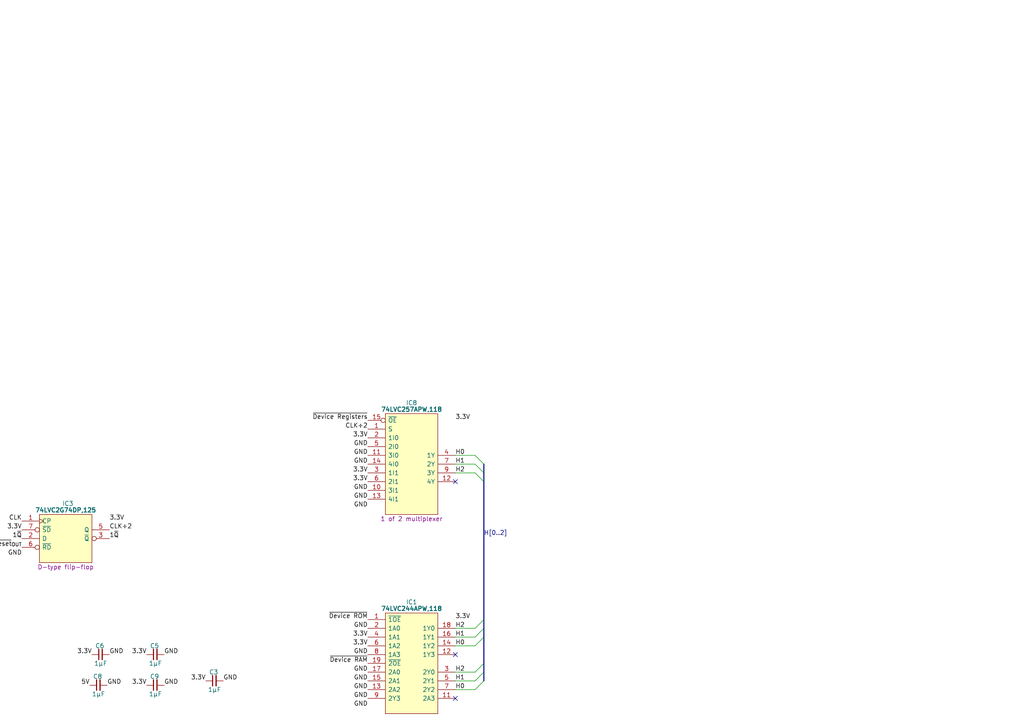
<source format=kicad_sch>
(kicad_sch (version 20230121) (generator eeschema)
  (paper "A4")
  (lib_symbols
    (symbol "Connector_Generic:Conn_02x12_Counter_Clockwise" (pin_names (offset 1.016) hide)
      (property "Reference" "J" (at 1.27 15.24 0))
      (property "Value" "Conn_02x12_Counter_Clockwise" (at 1.27 -17.78 0))
      (symbol "Conn_02x12_Counter_Clockwise_1_1"
        (rectangle (start -1.27 -15.113) (end 0 -15.367) (stroke (width 0.1524)))
        (rectangle (start -1.27 -12.573) (end 0 -12.827) (stroke (width 0.1524)))
        (rectangle (start -1.27 -10.033) (end 0 -10.287) (stroke (width 0.1524)))
        (rectangle (start -1.27 -7.493) (end 0 -7.747) (stroke (width 0.1524)))
        (rectangle (start -1.27 -4.953) (end 0 -5.207) (stroke (width 0.1524)))
        (rectangle (start -1.27 -2.413) (end 0 -2.667) (stroke (width 0.1524)))
        (rectangle (start -1.27 0.127) (end 0 -0.127) (stroke (width 0.1524)))
        (rectangle (start -1.27 2.667) (end 0 2.413) (stroke (width 0.1524)))
        (rectangle (start -1.27 5.207) (end 0 4.953) (stroke (width 0.1524)))
        (rectangle (start -1.27 7.747) (end 0 7.493) (stroke (width 0.1524)))
        (rectangle (start -1.27 10.287) (end 0 10.033) (stroke (width 0.1524)))
        (rectangle (start -1.27 12.827) (end 0 12.573) (stroke (width 0.1524)))
        (rectangle (start -1.27 13.97) (end 3.81 -16.51) (stroke (width 0.254)) (fill (type background)))
        (rectangle (start 3.81 -15.113) (end 2.54 -15.367) (stroke (width 0.1524)))
        (rectangle (start 3.81 -12.573) (end 2.54 -12.827) (stroke (width 0.1524)))
        (rectangle (start 3.81 -10.033) (end 2.54 -10.287) (stroke (width 0.1524)))
        (rectangle (start 3.81 -7.493) (end 2.54 -7.747) (stroke (width 0.1524)))
        (rectangle (start 3.81 -4.953) (end 2.54 -5.207) (stroke (width 0.1524)))
        (rectangle (start 3.81 -2.413) (end 2.54 -2.667) (stroke (width 0.1524)))
        (rectangle (start 3.81 0.127) (end 2.54 -0.127) (stroke (width 0.1524)))
        (rectangle (start 3.81 2.667) (end 2.54 2.413) (stroke (width 0.1524)))
        (rectangle (start 3.81 5.207) (end 2.54 4.953) (stroke (width 0.1524)))
        (rectangle (start 3.81 7.747) (end 2.54 7.493) (stroke (width 0.1524)))
        (rectangle (start 3.81 10.287) (end 2.54 10.033) (stroke (width 0.1524)))
        (rectangle (start 3.81 12.827) (end 2.54 12.573) (stroke (width 0.1524)))
        (pin passive line (at -5.08 12.7 0) (length 3.81) (name "Pin_1") (number "1"))
        (pin passive line (at -5.08 -10.16 0) (length 3.81) (name "Pin_10") (number "10"))
        (pin passive line (at -5.08 -12.7 0) (length 3.81) (name "Pin_11") (number "11"))
        (pin passive line (at -5.08 -15.24 0) (length 3.81) (name "Pin_12") (number "12"))
        (pin passive line (at 7.62 -15.24 180) (length 3.81) (name "Pin_13") (number "13"))
        (pin passive line (at 7.62 -12.7 180) (length 3.81) (name "Pin_14") (number "14"))
        (pin passive line (at 7.62 -10.16 180) (length 3.81) (name "Pin_15") (number "15"))
        (pin passive line (at 7.62 -7.62 180) (length 3.81) (name "Pin_16") (number "16"))
        (pin passive line (at 7.62 -5.08 180) (length 3.81) (name "Pin_17") (number "17"))
        (pin passive line (at 7.62 -2.54 180) (length 3.81) (name "Pin_18") (number "18"))
        (pin passive line (at 7.62 0 180) (length 3.81) (name "Pin_19") (number "19"))
        (pin passive line (at -5.08 10.16 0) (length 3.81) (name "Pin_2") (number "2"))
        (pin passive line (at 7.62 2.54 180) (length 3.81) (name "Pin_20") (number "20"))
        (pin passive line (at 7.62 5.08 180) (length 3.81) (name "Pin_21") (number "21"))
        (pin passive line (at 7.62 7.62 180) (length 3.81) (name "Pin_22") (number "22"))
        (pin passive line (at 7.62 10.16 180) (length 3.81) (name "Pin_23") (number "23"))
        (pin passive line (at 7.62 12.7 180) (length 3.81) (name "Pin_24") (number "24"))
        (pin passive line (at -5.08 7.62 0) (length 3.81) (name "Pin_3") (number "3"))
        (pin passive line (at -5.08 5.08 0) (length 3.81) (name "Pin_4") (number "4"))
        (pin passive line (at -5.08 2.54 0) (length 3.81) (name "Pin_5") (number "5"))
        (pin passive line (at -5.08 0 0) (length 3.81) (name "Pin_6") (number "6"))
        (pin passive line (at -5.08 -2.54 0) (length 3.81) (name "Pin_7") (number "7"))
        (pin passive line (at -5.08 -5.08 0) (length 3.81) (name "Pin_8") (number "8"))
        (pin passive line (at -5.08 -7.62 0) (length 3.81) (name "Pin_9") (number "9"))
      )
    )
    (symbol "Diodes_Inc:AP7365-33WG-7" (pin_names (offset 0.762))
      (property "Reference" "IC" (at 12.7 5.08 0))
      (property "Value" "AP7365-33WG-7" (at 12.7 3.175 0))
      (property "Description" "3.3V LDO voltage regulator" (at 12.7 -8.255 0))
      (symbol "AP7365-33WG-7_0_0"
        (pin passive line (at 0 0 0) (length 5.08) (name "VIN") (number "1"))
        (pin passive line (at 0 -5.08 0) (length 5.08) (name "GND") (number "2"))
        (pin input line (at 0 -2.54 0) (length 5.08) (name "EN") (number "3"))
        (pin passive line (at 25.4 -5.08 180) (length 5.08) (name "ADJ") (number "4"))
        (pin passive line (at 25.4 0 180) (length 5.08) (name "VOUT") (number "5"))
      )
      (symbol "AP7365-33WG-7_0_1"
        (polyline (pts (xy 5.08 1.905) (xy 20.32 1.905) (xy 20.32 -6.985) (xy 5.08 -6.985) (xy 5.08 1.905)) (fill (type background)))
      )
    )
    (symbol "HCP65:C_0805" (pin_numbers hide) (pin_names (offset 0.254) hide)
      (property "Reference" "C" (at 2.286 2.54 0))
      (property "Value" "?μF" (at 2.54 -2.54 0))
      (symbol "C_0805_0_1"
        (polyline (pts (xy 1.9685 -1.4605) (xy 1.9685 1.5875)) (stroke (width 0.3048)))
        (polyline (pts (xy 2.9845 -1.4605) (xy 2.9845 1.5875)) (stroke (width 0.3302)))
      )
      (symbol "C_0805_1_1"
        (pin passive line (at 0 0 0) (length 2.032) (name "~") (number "1"))
        (pin passive line (at 5.08 0 180) (length 2.032) (name "~") (number "2"))
      )
    )
    (symbol "Nexperia:74LVC244APW,118" (pin_names (offset 0.762))
      (property "Reference" "IC" (at 12.7 5.08 0))
      (property "Value" "74LVC244APW,118" (at 12.7 3.175 0))
      (symbol "74LVC244APW,118_0_0"
        (pin passive line (at 0 0 0) (length 5.08) (name "~{1OE}") (number "1"))
        (pin passive line (at 25.4 -22.86 180) (length 5.08) (name "2A3") (number "11"))
        (pin passive line (at 25.4 -10.16 180) (length 5.08) (name "1Y3") (number "12"))
        (pin passive line (at 0 -20.32 0) (length 5.08) (name "2A2") (number "13"))
        (pin passive line (at 25.4 -7.62 180) (length 5.08) (name "1Y2") (number "14"))
        (pin passive line (at 0 -17.78 0) (length 5.08) (name "2A1") (number "15"))
        (pin passive line (at 25.4 -5.08 180) (length 5.08) (name "1Y1") (number "16"))
        (pin passive line (at 0 -15.24 0) (length 5.08) (name "2A0") (number "17"))
        (pin passive line (at 25.4 -2.54 180) (length 5.08) (name "1Y0") (number "18"))
        (pin passive line (at 0 -12.7 0) (length 5.08) (name "~{2OE}") (number "19"))
        (pin passive line (at 0 -2.54 0) (length 5.08) (name "1A0") (number "2"))
        (pin passive line (at 25.4 -15.24 180) (length 5.08) (name "2Y0") (number "3"))
        (pin passive line (at 0 -5.08 0) (length 5.08) (name "1A1") (number "4"))
        (pin passive line (at 25.4 -17.78 180) (length 5.08) (name "2Y1") (number "5"))
        (pin passive line (at 0 -7.62 0) (length 5.08) (name "1A2") (number "6"))
        (pin passive line (at 25.4 -20.32 180) (length 5.08) (name "2Y2") (number "7"))
        (pin passive line (at 0 -10.16 0) (length 5.08) (name "1A3") (number "8"))
        (pin passive line (at 0 -22.86 0) (length 5.08) (name "2Y3") (number "9"))
      )
      (symbol "74LVC244APW,118_0_1"
        (polyline (pts (xy 5.08 1.905) (xy 20.32 1.905) (xy 20.32 -27.305) (xy 5.08 -27.305) (xy 5.08 1.905)) (stroke (width 0.1524)) (fill (type background)))
      )
      (symbol "74LVC244APW,118_1_0"
        (pin passive line (at 0 -25.4 0) (length 5.08) hide (name "GND") (number "10"))
        (pin passive line (at 25.4 0 180) (length 5.08) hide (name "3V") (number "20"))
      )
    )
    (symbol "Nexperia:74LVC257APW,118" (pin_names (offset 0.762))
      (property "Reference" "IC" (at 12.7 5.08 0))
      (property "Value" "74LVC257APW,118" (at 12.7 3.175 0))
      (property "Description" "1 of 2 multiplexer" (at 12.7 -28.575 0))
      (symbol "74LVC257APW,118_0_0"
        (pin input line (at 0 -2.54 0) (length 5.08) (name "S") (number "1"))
        (pin input line (at 0 -20.32 0) (length 5.08) (name "3I1") (number "10"))
        (pin input line (at 0 -10.16 0) (length 5.08) (name "3I0") (number "11"))
        (pin output line (at 25.4 -17.78 180) (length 5.08) (name "4Y") (number "12"))
        (pin input line (at 0 -22.86 0) (length 5.08) (name "4I1") (number "13"))
        (pin input line (at 0 -12.7 0) (length 5.08) (name "4I0") (number "14"))
        (pin passive line (at 25.4 0 180) (length 5.08) hide (name "3V") (number "16"))
        (pin input line (at 0 -5.08 0) (length 5.08) (name "1I0") (number "2"))
        (pin input line (at 0 -15.24 0) (length 5.08) (name "1I1") (number "3"))
        (pin output line (at 25.4 -10.16 180) (length 5.08) (name "1Y") (number "4"))
        (pin input line (at 0 -7.62 0) (length 5.08) (name "2I0") (number "5"))
        (pin input line (at 0 -17.78 0) (length 5.08) (name "2I1") (number "6"))
        (pin output line (at 25.4 -12.7 180) (length 5.08) (name "2Y") (number "7"))
        (pin passive line (at 0 -25.4 0) (length 5.08) hide (name "GND") (number "8"))
        (pin output line (at 25.4 -15.24 180) (length 5.08) (name "3Y") (number "9"))
      )
      (symbol "74LVC257APW,118_0_1"
        (polyline (pts (xy 5.08 1.905) (xy 20.32 1.905) (xy 20.32 -27.305) (xy 5.08 -27.305) (xy 5.08 1.905)) (stroke (width 0.1524)) (fill (type background)))
      )
      (symbol "74LVC257APW,118_1_0"
        (pin input inverted (at 0 0 0) (length 5.08) (name "~{OE}") (number "15"))
      )
    )
    (symbol "Nexperia:74LVC2G74DP,125" (pin_names (offset 0.762))
      (property "Reference" "IC" (at 13.335 5.08 0))
      (property "Value" "74LVC2G74DP,125" (at 12.7 3.175 0))
      (property "Description" "D-type flip-flop" (at 12.7 -13.335 0))
      (symbol "74LVC2G74DP,125_0_0"
        (pin input line (at 0 -5.08 0) (length 5.08) (name "D") (number "2"))
        (pin output line (at 25.4 -2.54 180) (length 5.08) (name "Q") (number "5"))
      )
      (symbol "74LVC2G74DP,125_0_1"
        (polyline (pts (xy 5.08 1.905) (xy 20.32 1.905) (xy 20.32 -12.065) (xy 5.08 -12.065) (xy 5.08 1.905)) (stroke (width 0.1524)) (fill (type background)))
      )
      (symbol "74LVC2G74DP,125_1_0"
        (pin input clock (at 0 0 0) (length 5.08) (name "CP") (number "1"))
        (pin output inverted (at 25.4 -5.08 180) (length 5.08) (name "~{Q}") (number "3"))
        (pin passive line (at 0 -10.16 0) (length 5.08) hide (name "GND") (number "4"))
        (pin input inverted (at 0 -7.62 0) (length 5.08) (name "~{RD}") (number "6"))
        (pin input inverted (at 0 -2.54 0) (length 5.08) (name "~{SD}") (number "7"))
        (pin passive line (at 25.4 0 180) (length 5.08) hide (name "3V") (number "8"))
      )
    )
    (symbol "Nexperia:74LVC4245APW,118" (pin_names (offset 0.762))
      (property "Reference" "IC" (at 12.7 5.08 0))
      (property "Value" "74LVC4245APW,118" (at 12.7 3.175 0))
      (property "Description" "8-bit translating transceiver" (at 13.97 -36.195 0))
      (symbol "74LVC4245APW,118_0_0"
        (pin passive line (at 0 0 0) (length 5.08) (name "5V") (number "1"))
        (pin bidirectional line (at 25.4 -8.89 180) (length 5.08) (name "A7") (number "10"))
        (pin passive line (at 0 -30.48 0) (length 5.08) (name "GND") (number "11"))
        (pin passive line (at 0 -33.02 0) (length 5.08) (name "GND") (number "12"))
        (pin passive line (at 25.4 -33.02 180) (length 5.08) (name "GND") (number "13"))
        (pin bidirectional line (at 0 -8.89 0) (length 5.08) (name "B7") (number "14"))
        (pin bidirectional line (at 0 -11.43 0) (length 5.08) (name "B6") (number "15"))
        (pin bidirectional line (at 0 -13.97 0) (length 5.08) (name "B5") (number "16"))
        (pin bidirectional line (at 0 -16.51 0) (length 5.08) (name "B4") (number "17"))
        (pin bidirectional line (at 0 -19.05 0) (length 5.08) (name "B3") (number "18"))
        (pin bidirectional line (at 0 -21.59 0) (length 5.08) (name "B2") (number "19"))
        (pin input line (at 0 -6.35 0) (length 5.08) (name "DIR") (number "2"))
        (pin bidirectional line (at 0 -24.13 0) (length 5.08) (name "B1") (number "20"))
        (pin bidirectional line (at 0 -26.67 0) (length 5.08) (name "B0") (number "21"))
        (pin input line (at 0 -3.81 0) (length 5.08) (name "~{OE}") (number "22"))
        (pin passive line (at 25.4 -2.54 180) (length 5.08) (name "3V") (number "23"))
        (pin passive line (at 25.4 0 180) (length 5.08) (name "3V") (number "24"))
        (pin bidirectional line (at 25.4 -26.67 180) (length 5.08) (name "A0") (number "3"))
        (pin bidirectional line (at 25.4 -24.13 180) (length 5.08) (name "A1") (number "4"))
        (pin bidirectional line (at 25.4 -21.59 180) (length 5.08) (name "A2") (number "5"))
        (pin bidirectional line (at 25.4 -19.05 180) (length 5.08) (name "A3") (number "6"))
        (pin bidirectional line (at 25.4 -16.51 180) (length 5.08) (name "A4") (number "7"))
        (pin bidirectional line (at 25.4 -13.97 180) (length 5.08) (name "A5") (number "8"))
        (pin bidirectional line (at 25.4 -11.43 180) (length 5.08) (name "A6") (number "9"))
      )
      (symbol "74LVC4245APW,118_0_1"
        (polyline (pts (xy 5.08 1.905) (xy 20.32 1.905) (xy 20.32 -34.925) (xy 5.08 -34.925) (xy 5.08 1.905)) (stroke (width 0.1524)) (fill (type background)))
      )
    )
  )
  (junction (at -12.7 193.675))
  (junction (at -41.91 193.675))
  (no_connect (at -40.64 170.815))
  (no_connect (at 132.08 189.865))
  (no_connect (at -27.94 155.575))
  (no_connect (at 132.08 202.565))
  (no_connect (at -17.78 107.315))
  (no_connect (at -17.78 99.695))
  (no_connect (at -40.64 168.275))
  (no_connect (at 132.08 139.7))
  (no_connect (at -17.78 102.235))
  (no_connect (at -40.64 158.115))
  (no_connect (at -16.51 198.755))
  (no_connect (at -40.64 155.575))
  (no_connect (at -17.78 112.395))
  (no_connect (at -17.78 97.155))
  (no_connect (at -27.94 170.815))
  (no_connect (at -27.94 163.195))
  (bus_entry (at 137.795 187.325) (size 2.54 -2.54))
  (bus_entry (at 137.795 184.785) (size 2.54 -2.54))
  (bus_entry (at 137.795 200.025) (size 2.54 -2.54))
  (bus_entry (at 137.795 134.62) (size 2.54 2.54))
  (bus_entry (at 137.795 197.485) (size 2.54 -2.54))
  (bus_entry (at 137.795 137.16) (size 2.54 2.54))
  (bus_entry (at 137.795 194.945) (size 2.54 -2.54))
  (bus_entry (at 137.795 132.08) (size 2.54 2.54))
  (bus_entry (at 137.795 182.245) (size 2.54 -2.54))
  (bus (pts (xy 140.335 192.405) (xy 140.335 194.945)))
  (wire (pts (xy -12.7 198.755) (xy -12.7 193.675)))
  (wire (pts (xy 132.08 137.16) (xy 137.795 137.16)))
  (bus (pts (xy 140.335 139.7) (xy 140.335 179.705)))
  (wire (pts (xy 132.08 200.025) (xy 137.795 200.025)))
  (bus (pts (xy 140.335 134.62) (xy 140.335 137.16)))
  (wire (pts (xy -41.91 193.675) (xy -41.91 196.215)))
  (bus (pts (xy 140.335 197.485) (xy 140.335 194.945)))
  (wire (pts (xy 132.08 132.08) (xy 137.795 132.08)))
  (wire (pts (xy -57.15 198.755) (xy -55.88 198.755)))
  (wire (pts (xy 132.08 194.945) (xy 137.795 194.945)))
  (bus (pts (xy 140.335 137.16) (xy 140.335 139.7)))
  (bus (pts (xy 140.335 184.785) (xy 140.335 192.405)))
  (wire (pts (xy 132.08 134.62) (xy 137.795 134.62)))
  (wire (pts (xy 132.08 182.245) (xy 137.795 182.245)))
  (wire (pts (xy -57.15 193.675) (xy -41.91 193.675)))
  (wire (pts (xy -12.7 193.675) (xy -7.62 193.675)))
  (bus (pts (xy 140.335 179.705) (xy 140.335 182.245)))
  (wire (pts (xy 132.08 184.785) (xy 137.795 184.785)))
  (wire (pts (xy 132.08 197.485) (xy 137.795 197.485)))
  (wire (pts (xy -16.51 193.675) (xy -12.7 193.675)))
  (bus (pts (xy 140.335 182.245) (xy 140.335 184.785)))
  (wire (pts (xy -57.15 193.675) (xy -57.15 198.755)))
  (wire (pts (xy 132.08 187.325) (xy 137.795 187.325)))
  (label "3.3V" (at 106.68 127 180))
  (label "3.3V" (at 26.67 189.865 180))
  (label "VIA PHI2 _{OUT}" (at -27.94 158.115 0))
  (label "GND" (at -17.78 92.075 0))
  (label "H1" (at -27.94 147.955 0))
  (label "GND" (at -43.18 102.235 180))
  (label "GND" (at 47.625 189.865 0))
  (label "CLK" (at -40.64 173.355 180))
  (label "VIA PHI2 _{OUT}" (at -17.78 114.935 0))
  (label "3.3V" (at 132.08 121.92 0))
  (label "GND" (at 106.68 134.62 180))
  (label "GND" (at 106.68 182.245 180))
  (label "GND" (at -40.64 165.735 180))
  (label "H0" (at 132.08 132.08 0))
  (label "H0" (at 132.08 200.025 0))
  (label "5V" (at -17.78 88.265 0))
  (label "~{Reset}" (at -40.64 160.655 180))
  (label "GND" (at 106.68 202.565 180))
  (label "GND" (at 106.68 147.32 180))
  (label "~{Device RAM}" (at 106.68 192.405 180))
  (label "CLK÷2" (at -43.18 114.935 180))
  (label "~{Device ROM}" (at 106.68 179.705 180))
  (label "GND" (at -43.18 97.155 180))
  (label "5V" (at -57.15 193.675 180))
  (label "GND" (at 106.68 189.865 180))
  (label "~{Device RAM}" (at -40.64 150.495 180))
  (label "3.3V" (at 42.545 198.755 180))
  (label "3.3V" (at 132.08 179.705 0))
  (label "H0" (at 132.08 187.325 0))
  (label "H2" (at 132.08 137.16 0))
  (label "3.3V" (at 6.35 153.67 180))
  (label "GND" (at -40.64 153.035 180))
  (label "GND" (at 106.68 142.24 180))
  (label "GND" (at -27.94 153.035 0))
  (label "3.3V" (at 106.68 184.785 180))
  (label "~{Device Registers}" (at -43.18 109.855 180))
  (label "GND" (at -27.94 165.735 0))
  (label "GND" (at 6.35 161.29 180))
  (label "~{Reset}" (at -43.18 104.775 180))
  (label "1~{Q}" (at 6.35 156.21 180))
  (label "GND" (at 64.77 197.485 0))
  (label "3.3V" (at 59.69 197.485 180))
  (label "~{VIA Select} _{OUT}" (at -27.94 160.655 0))
  (label "GND" (at -43.18 107.315 180))
  (label "GND" (at -43.18 99.695 180))
  (label "GND" (at -43.18 121.285 180))
  (label "3.3V" (at 31.75 151.13 0))
  (label "3.3V" (at -43.18 90.805 180))
  (label "H0" (at -27.94 150.495 0))
  (label "GND" (at -41.91 198.755 180))
  (label "GND" (at 106.68 200.025 180))
  (label "GND" (at -43.18 112.395 180))
  (label "5V" (at -40.64 145.415 180))
  (label "3.3V" (at 106.68 137.16 180))
  (label "~{Device ROM}" (at -40.64 147.955 180))
  (label "CLK" (at 6.35 151.13 180))
  (label "CLK÷2" (at 106.68 124.46 180))
  (label "CLK÷2" (at 31.75 153.67 0))
  (label "~{Device Registers}" (at -40.64 163.195 180))
  (label "H1" (at 132.08 197.485 0))
  (label "3.3V" (at 106.68 187.325 180))
  (label "H[0..2]" (at 140.335 155.575 0))
  (label "3.3V" (at -43.18 88.265 180))
  (label "GND" (at 47.625 198.755 0))
  (label "GND" (at 106.68 144.78 180))
  (label "GND" (at -7.62 198.755 0))
  (label "5V" (at -27.94 173.355 0))
  (label "H1" (at 132.08 184.785 0))
  (label "GND" (at -50.8 198.755 0))
  (label "~{VIA Select} _{OUT}" (at -17.78 109.855 0))
  (label "~{Reset}_{OUT}" (at 6.35 158.75 180))
  (label "1~{Q}" (at 31.75 156.21 0))
  (label "3.3V" (at 106.68 139.7 180))
  (label "3.3V" (at -7.62 193.675 0))
  (label "H2" (at 132.08 182.245 0))
  (label "GND" (at 106.68 132.08 180))
  (label "~{Reset}_{OUT}" (at -27.94 168.275 0))
  (label "H1" (at 132.08 134.62 0))
  (label "GND" (at 31.115 198.755 0))
  (label "~{Device Registers}" (at 106.68 121.92 180))
  (label "GND" (at 106.68 194.945 180))
  (label "~{Reset}_{OUT}" (at -17.78 104.775 0))
  (label "GND" (at -17.78 118.745 0))
  (label "GND" (at 106.68 205.105 180))
  (label "3.3V" (at -17.78 94.615 0))
  (label "GND" (at -17.78 121.285 0))
  (label "GND" (at 31.75 189.865 0))
  (label "H2" (at 132.08 194.945 0))
  (label "5V" (at 26.035 198.755 180))
  (label "H2" (at -27.94 145.415 0))
  (label "GND" (at 106.68 197.485 180))
  (label "3.3V" (at 42.545 189.865 180))
  (label "GND" (at 106.68 129.54 180))
  (symbol (lib_id "HCP65:C_0805") (at -55.88 198.755 0) (unit 1)
    (property "Reference" "C1" (at -53.594 196.215 0))
    (property "Value" "10μF" (at -53.34 201.295 0))
    (property "Footprint" "SamacSys_Parts:C_0805" (effects hide))
  )
  (symbol (lib_id "Diodes_Inc:AP7365-33WG-7") (at -41.91 193.675 0) (unit 1)
    (property "Reference" "IC5" (at -29.21 188.595 0))
    (property "Value" "AP7365-33WG-7" (at -29.21 190.5 0) (effects (font bold)))
    (property "Footprint" "SOT95P285X130-5N" (effects hide))
    (property "Datasheet" "https://componentsearchengine.com/Datasheets/1/AP7365-33WG-7.pdf" (effects hide))
    (property "Description" "3.3V LDO voltage regulator" (at -29.21 201.93 0))
    (property "Height" "1.3" (effects hide))
    (property "Manufacturer_Name" "Diodes Inc." (effects hide))
    (property "Manufacturer_Part_Number" "AP7365-33WG-7" (effects hide))
    (property "Mouser Part Number" "621-AP7365-33WG-7" (effects hide))
    (property "Mouser Price/Stock" "https://www.mouser.co.uk/ProductDetail/Diodes-Incorporated/AP7365-33WG-7?qs=abZ1nkZpTuOZFvxvoFPL0w%3D%3D" (effects hide))
    (property "Arrow Part Number" "AP7365-33WG-7" (effects hide))
    (property "Arrow Price/Stock" "https://www.arrow.com/en/products/ap7365-33wg-7/diodes-incorporated?region=nac" (effects hide))
    (property "Silkscreen" "AP7365" (effects hide))
  )
  (symbol (lib_id "HCP65:C_0805") (at -12.7 198.755 0) (unit 1)
    (property "Reference" "C2" (at -10.414 196.215 0))
    (property "Value" "10μF" (at -10.16 201.295 0))
    (property "Footprint" "SamacSys_Parts:C_0805" (effects hide))
  )
  (symbol (lib_id "Nexperia:74LVC4245APW,118") (at -17.78 88.265 0) (mirror y) (unit 1)
    (property "Reference" "IC2" (at -30.48 83.185 0))
    (property "Value" "74LVC4245APW,118" (at -30.48 85.09 0) (effects (font bold)))
    (property "Footprint" "SOP65P640X110-24N" (effects hide))
    (property "Datasheet" "https://assets.nexperia.com/documents/data-sheet/74LVC4245A.pdf" (effects hide))
    (property "Description" "8-bit translating transceiver" (at -31.75 124.46 0))
    (property "Height" "1.1" (effects hide))
    (property "Mouser Part Number" "771-74LVC4245APW-T" (effects hide))
    (property "Mouser Price/Stock" "https://www.mouser.co.uk/ProductDetail/Nexperia/74LVC4245APW118?qs=me8TqzrmIYXtBCPNCA6vcg%3D%3D" (effects hide))
    (property "Manufacturer_Name" "Nexperia" (effects hide))
    (property "Manufacturer_Part_Number" "74LVC4245APW,118" (effects hide))
    (property "Silkscreen" "74LVC4245" (effects hide))
  )
  (symbol (lib_id "Nexperia:74LVC244APW,118") (at 106.68 179.705 0) (unit 1)
    (property "Reference" "IC1" (at 119.38 174.625 0))
    (property "Value" "74LVC244APW,118" (at 119.38 176.53 0) (effects (font bold)))
    (property "Footprint" "SOP65P640X110-20N" (effects hide))
    (property "Datasheet" "https://assets.nexperia.com/documents/data-sheet/74LVC_LVCH244A.pdf" (effects hide))
    (property "Description" "74LVC(H)244A - Octal buffer/line driver; 3-state@en-us" (effects hide))
    (property "Height" "1.1" (effects hide))
    (property "Manufacturer_Name" "Nexperia" (effects hide))
    (property "Manufacturer_Part_Number" "74LVC244APW,118" (effects hide))
    (property "Mouser Part Number" "771-74LVC244APW-T" (effects hide))
    (property "Mouser Price/Stock" "https://www.mouser.co.uk/ProductDetail/Nexperia/74LVC244APW118?qs=me8TqzrmIYXA4kTVlk0VcA%3D%3D" (effects hide))
    (property "Silkscreen" "74LVC244" (effects hide))
  )
  (symbol (lib_id "Nexperia:74LVC2G74DP,125") (at 6.35 151.13 0) (unit 1)
    (property "Reference" "IC3" (at 19.685 146.05 0))
    (property "Value" "74LVC2G74DP,125" (at 19.05 147.955 0) (effects (font bold)))
    (property "Footprint" "SOP65P400X110-8N" (effects hide))
    (property "Datasheet" "https://assets.nexperia.com/documents/data-sheet/74LVC2G74.pdf" (effects hide))
    (property "Description" "D-type flip-flop" (at 19.05 164.465 0))
    (property "Height" "1.1" (effects hide))
    (property "Manufacturer_Name" "Nexperia" (effects hide))
    (property "Manufacturer_Part_Number" "74LVC2G74DP,125" (effects hide))
    (property "Mouser Part Number" "771-74LVC2G74DP-G" (effects hide))
    (property "Mouser Price/Stock" "https://www.mouser.co.uk/ProductDetail/Nexperia/74LVC2G74DP125?qs=me8TqzrmIYX1iMHaYTXJug%3D%3D" (effects hide))
    (property "Silkscreen" "'2G74" (effects hide))
  )
  (symbol (lib_id "HCP65:C_0805") (at 59.69 197.485 0) (unit 1)
    (property "Reference" "C3" (at 61.976 194.945 0))
    (property "Value" "1μF" (at 62.23 200.025 0))
    (property "Footprint" "SamacSys_Parts:C_0805" (effects hide))
  )
  (symbol (lib_id "HCP65:C_0805") (at 42.545 198.755 0) (unit 1)
    (property "Reference" "C9" (at 44.831 196.215 0))
    (property "Value" "1μF" (at 45.085 201.295 0))
    (property "Footprint" "SamacSys_Parts:C_0805" (effects hide))
  )
  (symbol (lib_id "HCP65:C_0805") (at 26.67 189.865 0) (unit 1)
    (property "Reference" "C6" (at 28.956 187.325 0))
    (property "Value" "1μF" (at 29.21 192.405 0))
    (property "Footprint" "SamacSys_Parts:C_0805" (effects hide))
  )
  (symbol (lib_id "Nexperia:74LVC257APW,118") (at 106.68 121.92 0) (unit 1)
    (property "Reference" "IC8" (at 119.38 116.84 0))
    (property "Value" "74LVC257APW,118" (at 119.38 118.745 0) (effects (font bold)))
    (property "Footprint" "SOP65P640X110-16N" (effects hide))
    (property "Description" "1 of 2 multiplexer" (at 119.38 150.495 0))
    (property "Height" "1.1" (effects hide))
    (property "Mouser Part Number" "771-74LVC257APW-T" (effects hide))
    (property "Manufacturer_Name" "Nexperia" (effects hide))
    (property "Manufacturer_Part_Number" "74LVC257APW,118" (effects hide))
    (property "Silkscreen" "74LVC257" (effects hide))
  )
  (symbol (lib_id "Connector_Generic:Conn_02x12_Counter_Clockwise") (at -35.56 158.115 0) (unit 1)
    (property "Reference" "J3" (at -34.29 142.875 0))
    (property "Value" "Conn_02x16_Counter_Clockwise" (at -34.29 176.53 0))
    (property "Footprint" "SamacSys_Parts:DIP-24_Board_W15.24mm" (effects hide))
  )
  (symbol (lib_id "HCP65:C_0805") (at 42.545 189.865 0) (unit 1)
    (property "Reference" "C5" (at 44.831 187.325 0))
    (property "Value" "1μF" (at 45.085 192.405 0))
    (property "Footprint" "SamacSys_Parts:C_0805" (effects hide))
  )
  (symbol (lib_id "HCP65:C_0805") (at 26.035 198.755 0) (unit 1)
    (property "Reference" "C8" (at 28.321 196.215 0))
    (property "Value" "1μF" (at 28.575 201.295 0))
    (property "Footprint" "SamacSys_Parts:C_0805" (effects hide))
  )
)
</source>
